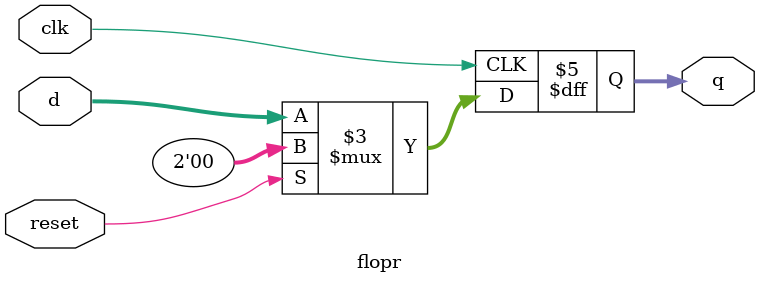
<source format=sv>
`timescale 1ns/1ps

module flopr
       #(parameter w = 2)
       (input logic clk,
       input logic reset,
       input logic [w-1:0] d,
       output logic [w-1:0] q);

       // Synchronous reset
       always_ff @(posedge clk)
        if (reset) q <= 2'b0;       //using 2 bits
        else q <= d;
endmodule

</source>
